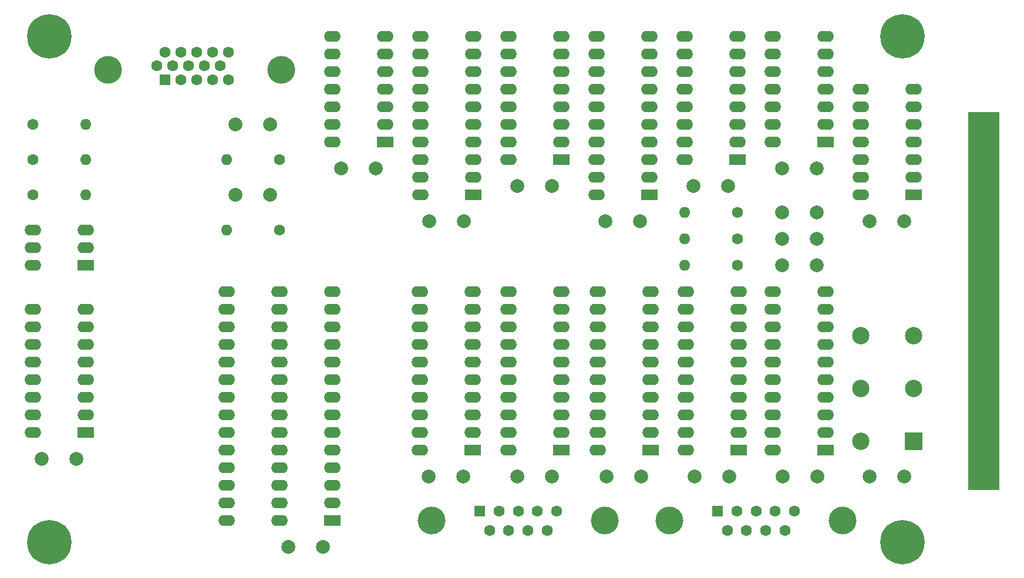
<source format=gts>
G04 #@! TF.GenerationSoftware,KiCad,Pcbnew,5.1.10*
G04 #@! TF.CreationDate,2022-03-17T20:19:08-07:00*
G04 #@! TF.ProjectId,zf_vga,7a665f76-6761-42e6-9b69-6361645f7063,rev?*
G04 #@! TF.SameCoordinates,Original*
G04 #@! TF.FileFunction,Soldermask,Top*
G04 #@! TF.FilePolarity,Negative*
%FSLAX46Y46*%
G04 Gerber Fmt 4.6, Leading zero omitted, Abs format (unit mm)*
G04 Created by KiCad (PCBNEW 5.1.10) date 2022-03-17 20:19:08*
%MOMM*%
%LPD*%
G01*
G04 APERTURE LIST*
%ADD10C,0.100000*%
%ADD11O,2.400000X1.600000*%
%ADD12R,2.400000X1.600000*%
%ADD13C,4.000000*%
%ADD14C,1.600000*%
%ADD15R,1.600000X1.600000*%
%ADD16C,2.500000*%
%ADD17R,2.500000X2.500000*%
%ADD18C,2.000000*%
%ADD19C,6.400000*%
%ADD20O,1.600000X1.600000*%
G04 APERTURE END LIST*
D10*
G36*
X229618999Y-95994000D02*
G01*
X225118999Y-95994000D01*
X225118999Y-41494000D01*
X229618999Y-41494000D01*
X229618999Y-95994000D01*
G37*
D11*
X118219000Y-97804000D03*
X118219000Y-74944000D03*
X118219000Y-69864000D03*
X118219000Y-100344000D03*
X118219000Y-87644000D03*
X118219000Y-77484000D03*
X118219000Y-95264000D03*
X118219000Y-90184000D03*
X118219000Y-92724000D03*
X118219000Y-82564000D03*
X118219000Y-80024000D03*
X118219000Y-85104000D03*
X118219000Y-72404000D03*
X118219000Y-67324000D03*
D12*
X133459000Y-100344000D03*
D11*
X125839000Y-67324000D03*
X133459000Y-97804000D03*
X125839000Y-69864000D03*
X133459000Y-95264000D03*
X125839000Y-72404000D03*
X133459000Y-92724000D03*
X125839000Y-74944000D03*
X133459000Y-90184000D03*
X125839000Y-77484000D03*
X133459000Y-87644000D03*
X125839000Y-80024000D03*
X133459000Y-85104000D03*
X125839000Y-82564000D03*
X133459000Y-82564000D03*
X125839000Y-85104000D03*
X133459000Y-80024000D03*
X125839000Y-87644000D03*
X133459000Y-77484000D03*
X125839000Y-90184000D03*
X133459000Y-74944000D03*
X125839000Y-92724000D03*
X133459000Y-72404000D03*
X125839000Y-95264000D03*
X133459000Y-69864000D03*
X125839000Y-97804000D03*
X133459000Y-67324000D03*
X125839000Y-100344000D03*
D13*
X101104000Y-35358000D03*
X126104000Y-35358000D03*
D14*
X118449000Y-32818000D03*
X116159000Y-32818000D03*
X113869000Y-32818000D03*
X111579000Y-32818000D03*
X109289000Y-32818000D03*
X117304000Y-34798000D03*
X115014000Y-34798000D03*
X112724000Y-34798000D03*
X110434000Y-34798000D03*
X108144000Y-34798000D03*
X118449000Y-36778000D03*
X116159000Y-36778000D03*
X113869000Y-36778000D03*
X111579000Y-36778000D03*
D15*
X109289000Y-36778000D03*
D13*
X207040000Y-100414000D03*
X182040000Y-100414000D03*
D14*
X198695000Y-101834000D03*
X195925000Y-101834000D03*
X193155000Y-101834000D03*
X190385000Y-101834000D03*
X200080000Y-98994000D03*
X197310000Y-98994000D03*
X194540000Y-98994000D03*
X191770000Y-98994000D03*
D15*
X189000000Y-98994000D03*
D13*
X172759000Y-100414000D03*
X147759000Y-100414000D03*
D14*
X164414000Y-101834000D03*
X161644000Y-101834000D03*
X158874000Y-101834000D03*
X156104000Y-101834000D03*
X165799000Y-98994000D03*
X163029000Y-98994000D03*
X160259000Y-98994000D03*
X157489000Y-98994000D03*
D15*
X154719000Y-98994000D03*
D16*
X217239000Y-81294000D03*
X209619000Y-81294000D03*
X217239000Y-73674000D03*
X209619000Y-73674000D03*
X209619000Y-88914000D03*
D17*
X217239000Y-88914000D03*
D18*
X147414000Y-57164000D03*
X152414000Y-57164000D03*
D12*
X179139000Y-53354000D03*
D11*
X171519000Y-30494000D03*
X179139000Y-50814000D03*
X171519000Y-33034000D03*
X179139000Y-48274000D03*
X171519000Y-35574000D03*
X179139000Y-45734000D03*
X171519000Y-38114000D03*
X179139000Y-43194000D03*
X171519000Y-40654000D03*
X179139000Y-40654000D03*
X171519000Y-43194000D03*
X179139000Y-38114000D03*
X171519000Y-45734000D03*
X179139000Y-35574000D03*
X171519000Y-48274000D03*
X179139000Y-33034000D03*
X171519000Y-50814000D03*
X179139000Y-30494000D03*
X171519000Y-53354000D03*
D19*
X92619000Y-30494000D03*
X215619000Y-103494000D03*
X215619000Y-30494000D03*
X92619000Y-103494000D03*
D12*
X204539000Y-90184000D03*
D11*
X196919000Y-67324000D03*
X204539000Y-87644000D03*
X196919000Y-69864000D03*
X204539000Y-85104000D03*
X196919000Y-72404000D03*
X204539000Y-82564000D03*
X196919000Y-74944000D03*
X204539000Y-80024000D03*
X196919000Y-77484000D03*
X204539000Y-77484000D03*
X196919000Y-80024000D03*
X204539000Y-74944000D03*
X196919000Y-82564000D03*
X204539000Y-72404000D03*
X196919000Y-85104000D03*
X204539000Y-69864000D03*
X196919000Y-87644000D03*
X204539000Y-67324000D03*
X196919000Y-90184000D03*
D12*
X191839000Y-48274000D03*
D11*
X184219000Y-30494000D03*
X191839000Y-45734000D03*
X184219000Y-33034000D03*
X191839000Y-43194000D03*
X184219000Y-35574000D03*
X191839000Y-40654000D03*
X184219000Y-38114000D03*
X191839000Y-38114000D03*
X184219000Y-40654000D03*
X191839000Y-35574000D03*
X184219000Y-43194000D03*
X191839000Y-33034000D03*
X184219000Y-45734000D03*
X191839000Y-30494000D03*
X184219000Y-48274000D03*
D12*
X192039000Y-90184000D03*
D11*
X184419000Y-67324000D03*
X192039000Y-87644000D03*
X184419000Y-69864000D03*
X192039000Y-85104000D03*
X184419000Y-72404000D03*
X192039000Y-82564000D03*
X184419000Y-74944000D03*
X192039000Y-80024000D03*
X184419000Y-77484000D03*
X192039000Y-77484000D03*
X184419000Y-80024000D03*
X192039000Y-74944000D03*
X184419000Y-82564000D03*
X192039000Y-72404000D03*
X184419000Y-85104000D03*
X192039000Y-69864000D03*
X184419000Y-87644000D03*
X192039000Y-67324000D03*
X184419000Y-90184000D03*
D12*
X179339000Y-90184000D03*
D11*
X171719000Y-67324000D03*
X179339000Y-87644000D03*
X171719000Y-69864000D03*
X179339000Y-85104000D03*
X171719000Y-72404000D03*
X179339000Y-82564000D03*
X171719000Y-74944000D03*
X179339000Y-80024000D03*
X171719000Y-77484000D03*
X179339000Y-77484000D03*
X171719000Y-80024000D03*
X179339000Y-74944000D03*
X171719000Y-82564000D03*
X179339000Y-72404000D03*
X171719000Y-85104000D03*
X179339000Y-69864000D03*
X171719000Y-87644000D03*
X179339000Y-67324000D03*
X171719000Y-90184000D03*
D12*
X166439000Y-48274000D03*
D11*
X158819000Y-30494000D03*
X166439000Y-45734000D03*
X158819000Y-33034000D03*
X166439000Y-43194000D03*
X158819000Y-35574000D03*
X166439000Y-40654000D03*
X158819000Y-38114000D03*
X166439000Y-38114000D03*
X158819000Y-40654000D03*
X166439000Y-35574000D03*
X158819000Y-43194000D03*
X166439000Y-33034000D03*
X158819000Y-45734000D03*
X166439000Y-30494000D03*
X158819000Y-48274000D03*
D12*
X166439000Y-90184000D03*
D11*
X158819000Y-67324000D03*
X166439000Y-87644000D03*
X158819000Y-69864000D03*
X166439000Y-85104000D03*
X158819000Y-72404000D03*
X166439000Y-82564000D03*
X158819000Y-74944000D03*
X166439000Y-80024000D03*
X158819000Y-77484000D03*
X166439000Y-77484000D03*
X158819000Y-80024000D03*
X166439000Y-74944000D03*
X158819000Y-82564000D03*
X166439000Y-72404000D03*
X158819000Y-85104000D03*
X166439000Y-69864000D03*
X158819000Y-87644000D03*
X166439000Y-67324000D03*
X158819000Y-90184000D03*
X146050000Y-90184000D03*
X153670000Y-67324000D03*
X146050000Y-87644000D03*
X153670000Y-69864000D03*
X146050000Y-85104000D03*
X153670000Y-72404000D03*
X146050000Y-82564000D03*
X153670000Y-74944000D03*
X146050000Y-80024000D03*
X153670000Y-77484000D03*
X146050000Y-77484000D03*
X153670000Y-80024000D03*
X146050000Y-74944000D03*
X153670000Y-82564000D03*
X146050000Y-72404000D03*
X153670000Y-85104000D03*
X146050000Y-69864000D03*
X153670000Y-87644000D03*
X146050000Y-67324000D03*
D12*
X153670000Y-90184000D03*
X153739000Y-53354000D03*
D11*
X146119000Y-30494000D03*
X153739000Y-50814000D03*
X146119000Y-33034000D03*
X153739000Y-48274000D03*
X146119000Y-35574000D03*
X153739000Y-45734000D03*
X146119000Y-38114000D03*
X153739000Y-43194000D03*
X146119000Y-40654000D03*
X153739000Y-40654000D03*
X146119000Y-43194000D03*
X153739000Y-38114000D03*
X146119000Y-45734000D03*
X153739000Y-35574000D03*
X146119000Y-48274000D03*
X153739000Y-33034000D03*
X146119000Y-50814000D03*
X153739000Y-30494000D03*
X146119000Y-53354000D03*
X209619000Y-53354000D03*
X217239000Y-38114000D03*
X209619000Y-50814000D03*
X217239000Y-40654000D03*
X209619000Y-48274000D03*
X217239000Y-43194000D03*
X209619000Y-45734000D03*
X217239000Y-45734000D03*
X209619000Y-43194000D03*
X217239000Y-48274000D03*
X209619000Y-40654000D03*
X217239000Y-50814000D03*
X209619000Y-38114000D03*
D12*
X217239000Y-53354000D03*
X141039000Y-45734000D03*
D11*
X133419000Y-30494000D03*
X141039000Y-43194000D03*
X133419000Y-33034000D03*
X141039000Y-40654000D03*
X133419000Y-35574000D03*
X141039000Y-38114000D03*
X133419000Y-38114000D03*
X141039000Y-35574000D03*
X133419000Y-40654000D03*
X141039000Y-33034000D03*
X133419000Y-43194000D03*
X141039000Y-30494000D03*
X133419000Y-45734000D03*
D12*
X204539000Y-45734000D03*
D11*
X196919000Y-30494000D03*
X204539000Y-43194000D03*
X196919000Y-33034000D03*
X204539000Y-40654000D03*
X196919000Y-35574000D03*
X204539000Y-38114000D03*
X196919000Y-38114000D03*
X204539000Y-35574000D03*
X196919000Y-40654000D03*
X204539000Y-33034000D03*
X196919000Y-43194000D03*
X204539000Y-30494000D03*
X196919000Y-45734000D03*
X90239000Y-87644000D03*
X97859000Y-69864000D03*
X90239000Y-85104000D03*
X97859000Y-72404000D03*
X90239000Y-82564000D03*
X97859000Y-74944000D03*
X90239000Y-80024000D03*
X97859000Y-77484000D03*
X90239000Y-77484000D03*
X97859000Y-80024000D03*
X90239000Y-74944000D03*
X97859000Y-82564000D03*
X90239000Y-72404000D03*
X97859000Y-85104000D03*
X90239000Y-69864000D03*
D12*
X97859000Y-87644000D03*
D18*
X203269000Y-63514000D03*
X198269000Y-63514000D03*
X198269000Y-59704000D03*
X203269000Y-59704000D03*
X203269000Y-55894000D03*
X198269000Y-55894000D03*
X119449000Y-53354000D03*
X124449000Y-53354000D03*
X119449000Y-43194000D03*
X124449000Y-43194000D03*
D20*
X184219000Y-63514000D03*
D14*
X191839000Y-63514000D03*
X191824000Y-59704000D03*
D20*
X184204000Y-59704000D03*
X184204000Y-55894000D03*
D14*
X191824000Y-55894000D03*
D20*
X97859000Y-43194000D03*
D14*
X90239000Y-43194000D03*
D20*
X97859000Y-48274000D03*
D14*
X90239000Y-48274000D03*
D20*
X97859000Y-53354000D03*
D14*
X90239000Y-53354000D03*
X125799000Y-58434000D03*
D20*
X118179000Y-58434000D03*
X118179000Y-48274000D03*
D14*
X125799000Y-48274000D03*
D18*
X215929000Y-93994000D03*
X210929000Y-93994000D03*
X185514000Y-52084000D03*
X190514000Y-52084000D03*
X165114000Y-52164000D03*
X160114000Y-52164000D03*
X172789000Y-57164000D03*
X177789000Y-57164000D03*
X165114000Y-93994000D03*
X160114000Y-93994000D03*
X147345000Y-93994000D03*
X152345000Y-93994000D03*
X215889000Y-57164000D03*
X210889000Y-57164000D03*
X198269000Y-49544000D03*
X203269000Y-49544000D03*
X139714000Y-49544000D03*
X134714000Y-49544000D03*
X96534000Y-91454000D03*
X91534000Y-91454000D03*
X132109000Y-104154000D03*
X127109000Y-104154000D03*
X203389000Y-93994000D03*
X198389000Y-93994000D03*
X185714000Y-93994000D03*
X190714000Y-93994000D03*
X173014000Y-93994000D03*
X178014000Y-93994000D03*
D12*
X97859000Y-63514000D03*
D11*
X90239000Y-58434000D03*
X97859000Y-60974000D03*
X90239000Y-60974000D03*
X97859000Y-58434000D03*
X90239000Y-63514000D03*
M02*

</source>
